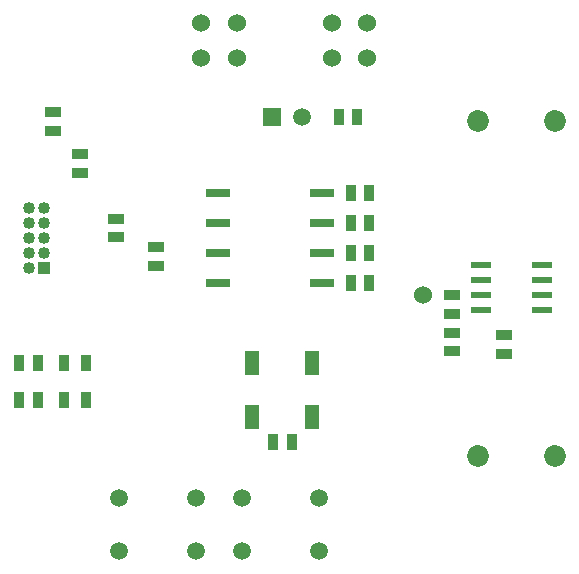
<source format=gbr>
%TF.GenerationSoftware,Altium Limited,Altium Designer,18.1.9 (240)*%
G04 Layer_Color=255*
%FSLAX26Y26*%
%MOIN*%
%TF.FileFunction,Pads,Top*%
%TF.Part,Single*%
G01*
G75*
%TA.AperFunction,SMDPad,CuDef*%
%ADD10R,0.037402X0.053150*%
%ADD11R,0.068898X0.023622*%
%ADD12R,0.080709X0.031496*%
%ADD13R,0.051181X0.082677*%
%ADD14R,0.035433X0.055118*%
%ADD15R,0.053150X0.037402*%
%TA.AperFunction,ConnectorPad*%
%ADD16R,0.037402X0.053150*%
%TA.AperFunction,ComponentPad*%
%ADD18C,0.060000*%
%ADD19R,0.040000X0.040000*%
%ADD20C,0.040000*%
%ADD21C,0.072835*%
%ADD22R,0.059055X0.059055*%
%ADD23C,0.059055*%
%ADD24C,0.058976*%
D10*
X3651496Y2660000D02*
D03*
X3588504D02*
D03*
X3849488Y3490000D02*
D03*
X3910512D02*
D03*
X3849488Y3390000D02*
D03*
X3910512D02*
D03*
X3849488Y3190000D02*
D03*
X3910512D02*
D03*
X3849488Y3290000D02*
D03*
X3910512D02*
D03*
X3870512Y3745000D02*
D03*
X3809488D02*
D03*
D11*
X4485394Y3100000D02*
D03*
Y3150000D02*
D03*
Y3200000D02*
D03*
Y3250000D02*
D03*
X4284606D02*
D03*
Y3200000D02*
D03*
Y3150000D02*
D03*
Y3100000D02*
D03*
D12*
X3407756Y3490000D02*
D03*
Y3390000D02*
D03*
Y3290000D02*
D03*
Y3190000D02*
D03*
X3752244D02*
D03*
Y3290000D02*
D03*
Y3390000D02*
D03*
Y3490000D02*
D03*
D13*
X3520000Y2925551D02*
D03*
X3720000D02*
D03*
Y2744449D02*
D03*
X3520000D02*
D03*
D14*
X2892598Y2925000D02*
D03*
X2967402D02*
D03*
Y2800000D02*
D03*
X2892598D02*
D03*
D15*
X2855000Y3699488D02*
D03*
Y3760512D02*
D03*
X4360000Y3016496D02*
D03*
Y2953504D02*
D03*
X4185000Y3089488D02*
D03*
Y3150512D02*
D03*
X2945000Y3559488D02*
D03*
Y3620512D02*
D03*
X3200000Y3249488D02*
D03*
Y3310512D02*
D03*
X3065000Y3405512D02*
D03*
Y3344488D02*
D03*
X4185000Y2964488D02*
D03*
Y3025512D02*
D03*
D16*
X2744488Y2925000D02*
D03*
X2805512D02*
D03*
Y2800000D02*
D03*
X2744488D02*
D03*
D18*
X4090000Y3149979D02*
D03*
X3469055Y4059055D02*
D03*
Y3940945D02*
D03*
X3350945Y4059055D02*
D03*
Y3940945D02*
D03*
X3785945D02*
D03*
Y4059055D02*
D03*
X3904055Y3940945D02*
D03*
Y4059055D02*
D03*
D19*
X2825000Y3240000D02*
D03*
D20*
X2775000D02*
D03*
X2825000Y3290000D02*
D03*
X2775000D02*
D03*
X2825000Y3340000D02*
D03*
X2775000D02*
D03*
X2825000Y3390000D02*
D03*
X2775000D02*
D03*
X2825000Y3440000D02*
D03*
X2775000D02*
D03*
D21*
X4528504Y3730000D02*
D03*
X4272598D02*
D03*
Y2615000D02*
D03*
X4528504D02*
D03*
D22*
X3585000Y3745000D02*
D03*
D23*
X3685000D02*
D03*
D24*
X3077047Y2473583D02*
D03*
X3332953D02*
D03*
X3077047Y2296417D02*
D03*
X3332953D02*
D03*
X3742953D02*
D03*
X3487047D02*
D03*
X3742953Y2473583D02*
D03*
X3487047D02*
D03*
%TF.MD5,1494ffe4a247fccea1f138f848322674*%
M02*

</source>
